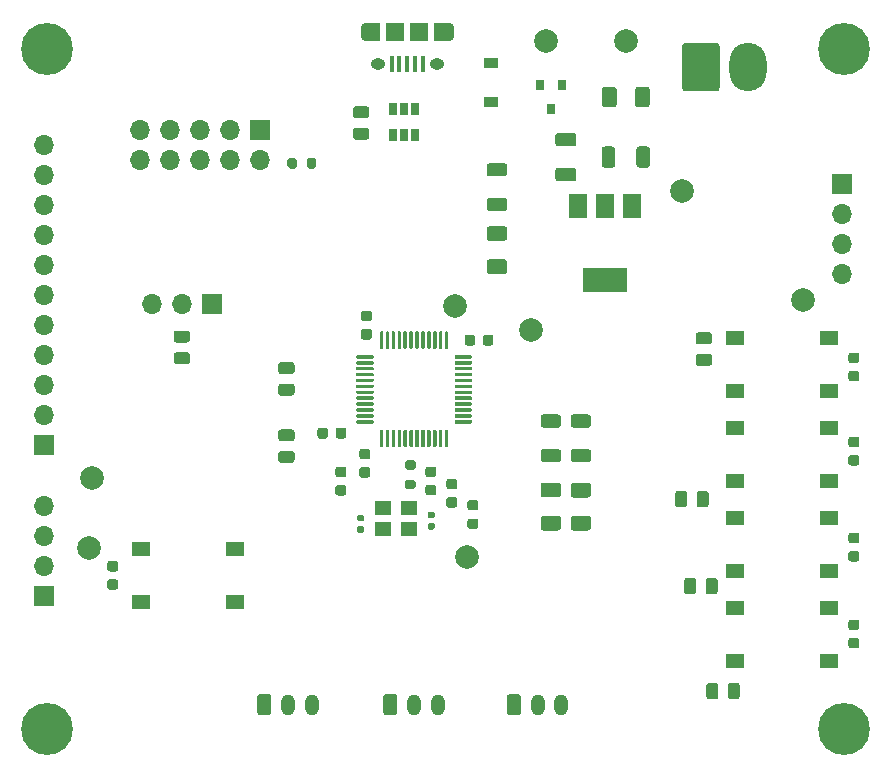
<source format=gts>
G04 #@! TF.GenerationSoftware,KiCad,Pcbnew,5.1.10-88a1d61d58~90~ubuntu20.04.1*
G04 #@! TF.CreationDate,2021-11-20T18:16:27-05:00*
G04 #@! TF.ProjectId,WiFiSTMBoard,57694669-5354-44d4-926f-6172642e6b69,rev?*
G04 #@! TF.SameCoordinates,Original*
G04 #@! TF.FileFunction,Soldermask,Top*
G04 #@! TF.FilePolarity,Negative*
%FSLAX46Y46*%
G04 Gerber Fmt 4.6, Leading zero omitted, Abs format (unit mm)*
G04 Created by KiCad (PCBNEW 5.1.10-88a1d61d58~90~ubuntu20.04.1) date 2021-11-20 18:16:27*
%MOMM*%
%LPD*%
G01*
G04 APERTURE LIST*
%ADD10O,1.200000X1.800000*%
%ADD11O,1.700000X1.700000*%
%ADD12R,1.700000X1.700000*%
%ADD13R,1.400000X1.200000*%
%ADD14R,0.650000X1.060000*%
%ADD15R,1.500000X2.000000*%
%ADD16R,3.800000X2.000000*%
%ADD17C,2.000000*%
%ADD18R,1.550000X1.300000*%
%ADD19R,0.800000X0.900000*%
%ADD20O,0.890000X1.550000*%
%ADD21R,1.200000X1.550000*%
%ADD22R,1.500000X1.550000*%
%ADD23O,1.250000X0.950000*%
%ADD24R,0.400000X1.350000*%
%ADD25O,3.160000X4.100000*%
%ADD26C,0.700000*%
%ADD27C,4.400000*%
%ADD28R,1.200000X0.900000*%
G04 APERTURE END LIST*
D10*
X121017800Y-132969000D03*
X119017800Y-132969000D03*
G36*
G01*
X116417800Y-133619001D02*
X116417800Y-132318999D01*
G75*
G02*
X116667799Y-132069000I249999J0D01*
G01*
X117367801Y-132069000D01*
G75*
G02*
X117617800Y-132318999I0J-249999D01*
G01*
X117617800Y-133619001D01*
G75*
G02*
X117367801Y-133869000I-249999J0D01*
G01*
X116667799Y-133869000D01*
G75*
G02*
X116417800Y-133619001I0J249999D01*
G01*
G37*
X110553000Y-132969000D03*
X108553000Y-132969000D03*
G36*
G01*
X105953000Y-133619001D02*
X105953000Y-132318999D01*
G75*
G02*
X106202999Y-132069000I249999J0D01*
G01*
X106903001Y-132069000D01*
G75*
G02*
X107153000Y-132318999I0J-249999D01*
G01*
X107153000Y-133619001D01*
G75*
G02*
X106903001Y-133869000I-249999J0D01*
G01*
X106202999Y-133869000D01*
G75*
G02*
X105953000Y-133619001I0J249999D01*
G01*
G37*
X99885000Y-132969000D03*
X97885000Y-132969000D03*
G36*
G01*
X95285000Y-133619001D02*
X95285000Y-132318999D01*
G75*
G02*
X95534999Y-132069000I249999J0D01*
G01*
X96235001Y-132069000D01*
G75*
G02*
X96485000Y-132318999I0J-249999D01*
G01*
X96485000Y-133619001D01*
G75*
G02*
X96235001Y-133869000I-249999J0D01*
G01*
X95534999Y-133869000D01*
G75*
G02*
X95285000Y-133619001I0J249999D01*
G01*
G37*
D11*
X77250000Y-116130000D03*
X77250000Y-118670000D03*
X77250000Y-121210000D03*
D12*
X77250000Y-123750000D03*
D11*
X144780000Y-96520000D03*
X144780000Y-93980000D03*
X144780000Y-91440000D03*
D12*
X144780000Y-88900000D03*
G36*
G01*
X105059600Y-109173600D02*
X103734600Y-109173600D01*
G75*
G02*
X103659600Y-109098600I0J75000D01*
G01*
X103659600Y-108948600D01*
G75*
G02*
X103734600Y-108873600I75000J0D01*
G01*
X105059600Y-108873600D01*
G75*
G02*
X105134600Y-108948600I0J-75000D01*
G01*
X105134600Y-109098600D01*
G75*
G02*
X105059600Y-109173600I-75000J0D01*
G01*
G37*
G36*
G01*
X105059600Y-108673600D02*
X103734600Y-108673600D01*
G75*
G02*
X103659600Y-108598600I0J75000D01*
G01*
X103659600Y-108448600D01*
G75*
G02*
X103734600Y-108373600I75000J0D01*
G01*
X105059600Y-108373600D01*
G75*
G02*
X105134600Y-108448600I0J-75000D01*
G01*
X105134600Y-108598600D01*
G75*
G02*
X105059600Y-108673600I-75000J0D01*
G01*
G37*
G36*
G01*
X105059600Y-108173600D02*
X103734600Y-108173600D01*
G75*
G02*
X103659600Y-108098600I0J75000D01*
G01*
X103659600Y-107948600D01*
G75*
G02*
X103734600Y-107873600I75000J0D01*
G01*
X105059600Y-107873600D01*
G75*
G02*
X105134600Y-107948600I0J-75000D01*
G01*
X105134600Y-108098600D01*
G75*
G02*
X105059600Y-108173600I-75000J0D01*
G01*
G37*
G36*
G01*
X105059600Y-107673600D02*
X103734600Y-107673600D01*
G75*
G02*
X103659600Y-107598600I0J75000D01*
G01*
X103659600Y-107448600D01*
G75*
G02*
X103734600Y-107373600I75000J0D01*
G01*
X105059600Y-107373600D01*
G75*
G02*
X105134600Y-107448600I0J-75000D01*
G01*
X105134600Y-107598600D01*
G75*
G02*
X105059600Y-107673600I-75000J0D01*
G01*
G37*
G36*
G01*
X105059600Y-107173600D02*
X103734600Y-107173600D01*
G75*
G02*
X103659600Y-107098600I0J75000D01*
G01*
X103659600Y-106948600D01*
G75*
G02*
X103734600Y-106873600I75000J0D01*
G01*
X105059600Y-106873600D01*
G75*
G02*
X105134600Y-106948600I0J-75000D01*
G01*
X105134600Y-107098600D01*
G75*
G02*
X105059600Y-107173600I-75000J0D01*
G01*
G37*
G36*
G01*
X105059600Y-106673600D02*
X103734600Y-106673600D01*
G75*
G02*
X103659600Y-106598600I0J75000D01*
G01*
X103659600Y-106448600D01*
G75*
G02*
X103734600Y-106373600I75000J0D01*
G01*
X105059600Y-106373600D01*
G75*
G02*
X105134600Y-106448600I0J-75000D01*
G01*
X105134600Y-106598600D01*
G75*
G02*
X105059600Y-106673600I-75000J0D01*
G01*
G37*
G36*
G01*
X105059600Y-106173600D02*
X103734600Y-106173600D01*
G75*
G02*
X103659600Y-106098600I0J75000D01*
G01*
X103659600Y-105948600D01*
G75*
G02*
X103734600Y-105873600I75000J0D01*
G01*
X105059600Y-105873600D01*
G75*
G02*
X105134600Y-105948600I0J-75000D01*
G01*
X105134600Y-106098600D01*
G75*
G02*
X105059600Y-106173600I-75000J0D01*
G01*
G37*
G36*
G01*
X105059600Y-105673600D02*
X103734600Y-105673600D01*
G75*
G02*
X103659600Y-105598600I0J75000D01*
G01*
X103659600Y-105448600D01*
G75*
G02*
X103734600Y-105373600I75000J0D01*
G01*
X105059600Y-105373600D01*
G75*
G02*
X105134600Y-105448600I0J-75000D01*
G01*
X105134600Y-105598600D01*
G75*
G02*
X105059600Y-105673600I-75000J0D01*
G01*
G37*
G36*
G01*
X105059600Y-105173600D02*
X103734600Y-105173600D01*
G75*
G02*
X103659600Y-105098600I0J75000D01*
G01*
X103659600Y-104948600D01*
G75*
G02*
X103734600Y-104873600I75000J0D01*
G01*
X105059600Y-104873600D01*
G75*
G02*
X105134600Y-104948600I0J-75000D01*
G01*
X105134600Y-105098600D01*
G75*
G02*
X105059600Y-105173600I-75000J0D01*
G01*
G37*
G36*
G01*
X105059600Y-104673600D02*
X103734600Y-104673600D01*
G75*
G02*
X103659600Y-104598600I0J75000D01*
G01*
X103659600Y-104448600D01*
G75*
G02*
X103734600Y-104373600I75000J0D01*
G01*
X105059600Y-104373600D01*
G75*
G02*
X105134600Y-104448600I0J-75000D01*
G01*
X105134600Y-104598600D01*
G75*
G02*
X105059600Y-104673600I-75000J0D01*
G01*
G37*
G36*
G01*
X105059600Y-104173600D02*
X103734600Y-104173600D01*
G75*
G02*
X103659600Y-104098600I0J75000D01*
G01*
X103659600Y-103948600D01*
G75*
G02*
X103734600Y-103873600I75000J0D01*
G01*
X105059600Y-103873600D01*
G75*
G02*
X105134600Y-103948600I0J-75000D01*
G01*
X105134600Y-104098600D01*
G75*
G02*
X105059600Y-104173600I-75000J0D01*
G01*
G37*
G36*
G01*
X105059600Y-103673600D02*
X103734600Y-103673600D01*
G75*
G02*
X103659600Y-103598600I0J75000D01*
G01*
X103659600Y-103448600D01*
G75*
G02*
X103734600Y-103373600I75000J0D01*
G01*
X105059600Y-103373600D01*
G75*
G02*
X105134600Y-103448600I0J-75000D01*
G01*
X105134600Y-103598600D01*
G75*
G02*
X105059600Y-103673600I-75000J0D01*
G01*
G37*
G36*
G01*
X105884600Y-102848600D02*
X105734600Y-102848600D01*
G75*
G02*
X105659600Y-102773600I0J75000D01*
G01*
X105659600Y-101448600D01*
G75*
G02*
X105734600Y-101373600I75000J0D01*
G01*
X105884600Y-101373600D01*
G75*
G02*
X105959600Y-101448600I0J-75000D01*
G01*
X105959600Y-102773600D01*
G75*
G02*
X105884600Y-102848600I-75000J0D01*
G01*
G37*
G36*
G01*
X106384600Y-102848600D02*
X106234600Y-102848600D01*
G75*
G02*
X106159600Y-102773600I0J75000D01*
G01*
X106159600Y-101448600D01*
G75*
G02*
X106234600Y-101373600I75000J0D01*
G01*
X106384600Y-101373600D01*
G75*
G02*
X106459600Y-101448600I0J-75000D01*
G01*
X106459600Y-102773600D01*
G75*
G02*
X106384600Y-102848600I-75000J0D01*
G01*
G37*
G36*
G01*
X106884600Y-102848600D02*
X106734600Y-102848600D01*
G75*
G02*
X106659600Y-102773600I0J75000D01*
G01*
X106659600Y-101448600D01*
G75*
G02*
X106734600Y-101373600I75000J0D01*
G01*
X106884600Y-101373600D01*
G75*
G02*
X106959600Y-101448600I0J-75000D01*
G01*
X106959600Y-102773600D01*
G75*
G02*
X106884600Y-102848600I-75000J0D01*
G01*
G37*
G36*
G01*
X107384600Y-102848600D02*
X107234600Y-102848600D01*
G75*
G02*
X107159600Y-102773600I0J75000D01*
G01*
X107159600Y-101448600D01*
G75*
G02*
X107234600Y-101373600I75000J0D01*
G01*
X107384600Y-101373600D01*
G75*
G02*
X107459600Y-101448600I0J-75000D01*
G01*
X107459600Y-102773600D01*
G75*
G02*
X107384600Y-102848600I-75000J0D01*
G01*
G37*
G36*
G01*
X107884600Y-102848600D02*
X107734600Y-102848600D01*
G75*
G02*
X107659600Y-102773600I0J75000D01*
G01*
X107659600Y-101448600D01*
G75*
G02*
X107734600Y-101373600I75000J0D01*
G01*
X107884600Y-101373600D01*
G75*
G02*
X107959600Y-101448600I0J-75000D01*
G01*
X107959600Y-102773600D01*
G75*
G02*
X107884600Y-102848600I-75000J0D01*
G01*
G37*
G36*
G01*
X108384600Y-102848600D02*
X108234600Y-102848600D01*
G75*
G02*
X108159600Y-102773600I0J75000D01*
G01*
X108159600Y-101448600D01*
G75*
G02*
X108234600Y-101373600I75000J0D01*
G01*
X108384600Y-101373600D01*
G75*
G02*
X108459600Y-101448600I0J-75000D01*
G01*
X108459600Y-102773600D01*
G75*
G02*
X108384600Y-102848600I-75000J0D01*
G01*
G37*
G36*
G01*
X108884600Y-102848600D02*
X108734600Y-102848600D01*
G75*
G02*
X108659600Y-102773600I0J75000D01*
G01*
X108659600Y-101448600D01*
G75*
G02*
X108734600Y-101373600I75000J0D01*
G01*
X108884600Y-101373600D01*
G75*
G02*
X108959600Y-101448600I0J-75000D01*
G01*
X108959600Y-102773600D01*
G75*
G02*
X108884600Y-102848600I-75000J0D01*
G01*
G37*
G36*
G01*
X109384600Y-102848600D02*
X109234600Y-102848600D01*
G75*
G02*
X109159600Y-102773600I0J75000D01*
G01*
X109159600Y-101448600D01*
G75*
G02*
X109234600Y-101373600I75000J0D01*
G01*
X109384600Y-101373600D01*
G75*
G02*
X109459600Y-101448600I0J-75000D01*
G01*
X109459600Y-102773600D01*
G75*
G02*
X109384600Y-102848600I-75000J0D01*
G01*
G37*
G36*
G01*
X109884600Y-102848600D02*
X109734600Y-102848600D01*
G75*
G02*
X109659600Y-102773600I0J75000D01*
G01*
X109659600Y-101448600D01*
G75*
G02*
X109734600Y-101373600I75000J0D01*
G01*
X109884600Y-101373600D01*
G75*
G02*
X109959600Y-101448600I0J-75000D01*
G01*
X109959600Y-102773600D01*
G75*
G02*
X109884600Y-102848600I-75000J0D01*
G01*
G37*
G36*
G01*
X110384600Y-102848600D02*
X110234600Y-102848600D01*
G75*
G02*
X110159600Y-102773600I0J75000D01*
G01*
X110159600Y-101448600D01*
G75*
G02*
X110234600Y-101373600I75000J0D01*
G01*
X110384600Y-101373600D01*
G75*
G02*
X110459600Y-101448600I0J-75000D01*
G01*
X110459600Y-102773600D01*
G75*
G02*
X110384600Y-102848600I-75000J0D01*
G01*
G37*
G36*
G01*
X110884600Y-102848600D02*
X110734600Y-102848600D01*
G75*
G02*
X110659600Y-102773600I0J75000D01*
G01*
X110659600Y-101448600D01*
G75*
G02*
X110734600Y-101373600I75000J0D01*
G01*
X110884600Y-101373600D01*
G75*
G02*
X110959600Y-101448600I0J-75000D01*
G01*
X110959600Y-102773600D01*
G75*
G02*
X110884600Y-102848600I-75000J0D01*
G01*
G37*
G36*
G01*
X111384600Y-102848600D02*
X111234600Y-102848600D01*
G75*
G02*
X111159600Y-102773600I0J75000D01*
G01*
X111159600Y-101448600D01*
G75*
G02*
X111234600Y-101373600I75000J0D01*
G01*
X111384600Y-101373600D01*
G75*
G02*
X111459600Y-101448600I0J-75000D01*
G01*
X111459600Y-102773600D01*
G75*
G02*
X111384600Y-102848600I-75000J0D01*
G01*
G37*
G36*
G01*
X113384600Y-103673600D02*
X112059600Y-103673600D01*
G75*
G02*
X111984600Y-103598600I0J75000D01*
G01*
X111984600Y-103448600D01*
G75*
G02*
X112059600Y-103373600I75000J0D01*
G01*
X113384600Y-103373600D01*
G75*
G02*
X113459600Y-103448600I0J-75000D01*
G01*
X113459600Y-103598600D01*
G75*
G02*
X113384600Y-103673600I-75000J0D01*
G01*
G37*
G36*
G01*
X113384600Y-104173600D02*
X112059600Y-104173600D01*
G75*
G02*
X111984600Y-104098600I0J75000D01*
G01*
X111984600Y-103948600D01*
G75*
G02*
X112059600Y-103873600I75000J0D01*
G01*
X113384600Y-103873600D01*
G75*
G02*
X113459600Y-103948600I0J-75000D01*
G01*
X113459600Y-104098600D01*
G75*
G02*
X113384600Y-104173600I-75000J0D01*
G01*
G37*
G36*
G01*
X113384600Y-104673600D02*
X112059600Y-104673600D01*
G75*
G02*
X111984600Y-104598600I0J75000D01*
G01*
X111984600Y-104448600D01*
G75*
G02*
X112059600Y-104373600I75000J0D01*
G01*
X113384600Y-104373600D01*
G75*
G02*
X113459600Y-104448600I0J-75000D01*
G01*
X113459600Y-104598600D01*
G75*
G02*
X113384600Y-104673600I-75000J0D01*
G01*
G37*
G36*
G01*
X113384600Y-105173600D02*
X112059600Y-105173600D01*
G75*
G02*
X111984600Y-105098600I0J75000D01*
G01*
X111984600Y-104948600D01*
G75*
G02*
X112059600Y-104873600I75000J0D01*
G01*
X113384600Y-104873600D01*
G75*
G02*
X113459600Y-104948600I0J-75000D01*
G01*
X113459600Y-105098600D01*
G75*
G02*
X113384600Y-105173600I-75000J0D01*
G01*
G37*
G36*
G01*
X113384600Y-105673600D02*
X112059600Y-105673600D01*
G75*
G02*
X111984600Y-105598600I0J75000D01*
G01*
X111984600Y-105448600D01*
G75*
G02*
X112059600Y-105373600I75000J0D01*
G01*
X113384600Y-105373600D01*
G75*
G02*
X113459600Y-105448600I0J-75000D01*
G01*
X113459600Y-105598600D01*
G75*
G02*
X113384600Y-105673600I-75000J0D01*
G01*
G37*
G36*
G01*
X113384600Y-106173600D02*
X112059600Y-106173600D01*
G75*
G02*
X111984600Y-106098600I0J75000D01*
G01*
X111984600Y-105948600D01*
G75*
G02*
X112059600Y-105873600I75000J0D01*
G01*
X113384600Y-105873600D01*
G75*
G02*
X113459600Y-105948600I0J-75000D01*
G01*
X113459600Y-106098600D01*
G75*
G02*
X113384600Y-106173600I-75000J0D01*
G01*
G37*
G36*
G01*
X113384600Y-106673600D02*
X112059600Y-106673600D01*
G75*
G02*
X111984600Y-106598600I0J75000D01*
G01*
X111984600Y-106448600D01*
G75*
G02*
X112059600Y-106373600I75000J0D01*
G01*
X113384600Y-106373600D01*
G75*
G02*
X113459600Y-106448600I0J-75000D01*
G01*
X113459600Y-106598600D01*
G75*
G02*
X113384600Y-106673600I-75000J0D01*
G01*
G37*
G36*
G01*
X113384600Y-107173600D02*
X112059600Y-107173600D01*
G75*
G02*
X111984600Y-107098600I0J75000D01*
G01*
X111984600Y-106948600D01*
G75*
G02*
X112059600Y-106873600I75000J0D01*
G01*
X113384600Y-106873600D01*
G75*
G02*
X113459600Y-106948600I0J-75000D01*
G01*
X113459600Y-107098600D01*
G75*
G02*
X113384600Y-107173600I-75000J0D01*
G01*
G37*
G36*
G01*
X113384600Y-107673600D02*
X112059600Y-107673600D01*
G75*
G02*
X111984600Y-107598600I0J75000D01*
G01*
X111984600Y-107448600D01*
G75*
G02*
X112059600Y-107373600I75000J0D01*
G01*
X113384600Y-107373600D01*
G75*
G02*
X113459600Y-107448600I0J-75000D01*
G01*
X113459600Y-107598600D01*
G75*
G02*
X113384600Y-107673600I-75000J0D01*
G01*
G37*
G36*
G01*
X113384600Y-108173600D02*
X112059600Y-108173600D01*
G75*
G02*
X111984600Y-108098600I0J75000D01*
G01*
X111984600Y-107948600D01*
G75*
G02*
X112059600Y-107873600I75000J0D01*
G01*
X113384600Y-107873600D01*
G75*
G02*
X113459600Y-107948600I0J-75000D01*
G01*
X113459600Y-108098600D01*
G75*
G02*
X113384600Y-108173600I-75000J0D01*
G01*
G37*
G36*
G01*
X113384600Y-108673600D02*
X112059600Y-108673600D01*
G75*
G02*
X111984600Y-108598600I0J75000D01*
G01*
X111984600Y-108448600D01*
G75*
G02*
X112059600Y-108373600I75000J0D01*
G01*
X113384600Y-108373600D01*
G75*
G02*
X113459600Y-108448600I0J-75000D01*
G01*
X113459600Y-108598600D01*
G75*
G02*
X113384600Y-108673600I-75000J0D01*
G01*
G37*
G36*
G01*
X113384600Y-109173600D02*
X112059600Y-109173600D01*
G75*
G02*
X111984600Y-109098600I0J75000D01*
G01*
X111984600Y-108948600D01*
G75*
G02*
X112059600Y-108873600I75000J0D01*
G01*
X113384600Y-108873600D01*
G75*
G02*
X113459600Y-108948600I0J-75000D01*
G01*
X113459600Y-109098600D01*
G75*
G02*
X113384600Y-109173600I-75000J0D01*
G01*
G37*
G36*
G01*
X111384600Y-111173600D02*
X111234600Y-111173600D01*
G75*
G02*
X111159600Y-111098600I0J75000D01*
G01*
X111159600Y-109773600D01*
G75*
G02*
X111234600Y-109698600I75000J0D01*
G01*
X111384600Y-109698600D01*
G75*
G02*
X111459600Y-109773600I0J-75000D01*
G01*
X111459600Y-111098600D01*
G75*
G02*
X111384600Y-111173600I-75000J0D01*
G01*
G37*
G36*
G01*
X110884600Y-111173600D02*
X110734600Y-111173600D01*
G75*
G02*
X110659600Y-111098600I0J75000D01*
G01*
X110659600Y-109773600D01*
G75*
G02*
X110734600Y-109698600I75000J0D01*
G01*
X110884600Y-109698600D01*
G75*
G02*
X110959600Y-109773600I0J-75000D01*
G01*
X110959600Y-111098600D01*
G75*
G02*
X110884600Y-111173600I-75000J0D01*
G01*
G37*
G36*
G01*
X110384600Y-111173600D02*
X110234600Y-111173600D01*
G75*
G02*
X110159600Y-111098600I0J75000D01*
G01*
X110159600Y-109773600D01*
G75*
G02*
X110234600Y-109698600I75000J0D01*
G01*
X110384600Y-109698600D01*
G75*
G02*
X110459600Y-109773600I0J-75000D01*
G01*
X110459600Y-111098600D01*
G75*
G02*
X110384600Y-111173600I-75000J0D01*
G01*
G37*
G36*
G01*
X109884600Y-111173600D02*
X109734600Y-111173600D01*
G75*
G02*
X109659600Y-111098600I0J75000D01*
G01*
X109659600Y-109773600D01*
G75*
G02*
X109734600Y-109698600I75000J0D01*
G01*
X109884600Y-109698600D01*
G75*
G02*
X109959600Y-109773600I0J-75000D01*
G01*
X109959600Y-111098600D01*
G75*
G02*
X109884600Y-111173600I-75000J0D01*
G01*
G37*
G36*
G01*
X109384600Y-111173600D02*
X109234600Y-111173600D01*
G75*
G02*
X109159600Y-111098600I0J75000D01*
G01*
X109159600Y-109773600D01*
G75*
G02*
X109234600Y-109698600I75000J0D01*
G01*
X109384600Y-109698600D01*
G75*
G02*
X109459600Y-109773600I0J-75000D01*
G01*
X109459600Y-111098600D01*
G75*
G02*
X109384600Y-111173600I-75000J0D01*
G01*
G37*
G36*
G01*
X108884600Y-111173600D02*
X108734600Y-111173600D01*
G75*
G02*
X108659600Y-111098600I0J75000D01*
G01*
X108659600Y-109773600D01*
G75*
G02*
X108734600Y-109698600I75000J0D01*
G01*
X108884600Y-109698600D01*
G75*
G02*
X108959600Y-109773600I0J-75000D01*
G01*
X108959600Y-111098600D01*
G75*
G02*
X108884600Y-111173600I-75000J0D01*
G01*
G37*
G36*
G01*
X108384600Y-111173600D02*
X108234600Y-111173600D01*
G75*
G02*
X108159600Y-111098600I0J75000D01*
G01*
X108159600Y-109773600D01*
G75*
G02*
X108234600Y-109698600I75000J0D01*
G01*
X108384600Y-109698600D01*
G75*
G02*
X108459600Y-109773600I0J-75000D01*
G01*
X108459600Y-111098600D01*
G75*
G02*
X108384600Y-111173600I-75000J0D01*
G01*
G37*
G36*
G01*
X107884600Y-111173600D02*
X107734600Y-111173600D01*
G75*
G02*
X107659600Y-111098600I0J75000D01*
G01*
X107659600Y-109773600D01*
G75*
G02*
X107734600Y-109698600I75000J0D01*
G01*
X107884600Y-109698600D01*
G75*
G02*
X107959600Y-109773600I0J-75000D01*
G01*
X107959600Y-111098600D01*
G75*
G02*
X107884600Y-111173600I-75000J0D01*
G01*
G37*
G36*
G01*
X107384600Y-111173600D02*
X107234600Y-111173600D01*
G75*
G02*
X107159600Y-111098600I0J75000D01*
G01*
X107159600Y-109773600D01*
G75*
G02*
X107234600Y-109698600I75000J0D01*
G01*
X107384600Y-109698600D01*
G75*
G02*
X107459600Y-109773600I0J-75000D01*
G01*
X107459600Y-111098600D01*
G75*
G02*
X107384600Y-111173600I-75000J0D01*
G01*
G37*
G36*
G01*
X106884600Y-111173600D02*
X106734600Y-111173600D01*
G75*
G02*
X106659600Y-111098600I0J75000D01*
G01*
X106659600Y-109773600D01*
G75*
G02*
X106734600Y-109698600I75000J0D01*
G01*
X106884600Y-109698600D01*
G75*
G02*
X106959600Y-109773600I0J-75000D01*
G01*
X106959600Y-111098600D01*
G75*
G02*
X106884600Y-111173600I-75000J0D01*
G01*
G37*
G36*
G01*
X106384600Y-111173600D02*
X106234600Y-111173600D01*
G75*
G02*
X106159600Y-111098600I0J75000D01*
G01*
X106159600Y-109773600D01*
G75*
G02*
X106234600Y-109698600I75000J0D01*
G01*
X106384600Y-109698600D01*
G75*
G02*
X106459600Y-109773600I0J-75000D01*
G01*
X106459600Y-111098600D01*
G75*
G02*
X106384600Y-111173600I-75000J0D01*
G01*
G37*
G36*
G01*
X105884600Y-111173600D02*
X105734600Y-111173600D01*
G75*
G02*
X105659600Y-111098600I0J75000D01*
G01*
X105659600Y-109773600D01*
G75*
G02*
X105734600Y-109698600I75000J0D01*
G01*
X105884600Y-109698600D01*
G75*
G02*
X105959600Y-109773600I0J-75000D01*
G01*
X105959600Y-111098600D01*
G75*
G02*
X105884600Y-111173600I-75000J0D01*
G01*
G37*
D13*
X105943400Y-116357400D03*
X108143400Y-116357400D03*
X108143400Y-118057400D03*
X105943400Y-118057400D03*
D14*
X107721400Y-84742200D03*
X108671400Y-84742200D03*
X106771400Y-84742200D03*
X106771400Y-82542200D03*
X107721400Y-82542200D03*
X108671400Y-82542200D03*
D15*
X127014000Y-90753800D03*
X122414000Y-90753800D03*
X124714000Y-90753800D03*
D16*
X124714000Y-97053800D03*
D17*
X81000000Y-119750000D03*
X81250000Y-113750000D03*
X118500000Y-101250000D03*
X141500000Y-98750000D03*
X131250000Y-89500000D03*
X119750000Y-76750000D03*
X126500000Y-76750000D03*
X112000000Y-99250000D03*
X113000000Y-120500000D03*
D18*
X135725000Y-101890000D03*
X135725000Y-106390000D03*
X143675000Y-106390000D03*
X143675000Y-101890000D03*
X135725000Y-117130000D03*
X135725000Y-121630000D03*
X143675000Y-121630000D03*
X143675000Y-117130000D03*
X135725000Y-109510000D03*
X135725000Y-114010000D03*
X143675000Y-114010000D03*
X143675000Y-109510000D03*
X135725000Y-124750000D03*
X135725000Y-129250000D03*
X143675000Y-129250000D03*
X143675000Y-124750000D03*
X85425000Y-119760000D03*
X85425000Y-124260000D03*
X93375000Y-124260000D03*
X93375000Y-119760000D03*
G36*
G01*
X103627999Y-84126000D02*
X104528001Y-84126000D01*
G75*
G02*
X104778000Y-84375999I0J-249999D01*
G01*
X104778000Y-84901001D01*
G75*
G02*
X104528001Y-85151000I-249999J0D01*
G01*
X103627999Y-85151000D01*
G75*
G02*
X103378000Y-84901001I0J249999D01*
G01*
X103378000Y-84375999D01*
G75*
G02*
X103627999Y-84126000I249999J0D01*
G01*
G37*
G36*
G01*
X103627999Y-82301000D02*
X104528001Y-82301000D01*
G75*
G02*
X104778000Y-82550999I0J-249999D01*
G01*
X104778000Y-83076001D01*
G75*
G02*
X104528001Y-83326000I-249999J0D01*
G01*
X103627999Y-83326000D01*
G75*
G02*
X103378000Y-83076001I0J249999D01*
G01*
X103378000Y-82550999D01*
G75*
G02*
X103627999Y-82301000I249999J0D01*
G01*
G37*
G36*
G01*
X132645999Y-103270000D02*
X133546001Y-103270000D01*
G75*
G02*
X133796000Y-103519999I0J-249999D01*
G01*
X133796000Y-104045001D01*
G75*
G02*
X133546001Y-104295000I-249999J0D01*
G01*
X132645999Y-104295000D01*
G75*
G02*
X132396000Y-104045001I0J249999D01*
G01*
X132396000Y-103519999D01*
G75*
G02*
X132645999Y-103270000I249999J0D01*
G01*
G37*
G36*
G01*
X132645999Y-101445000D02*
X133546001Y-101445000D01*
G75*
G02*
X133796000Y-101694999I0J-249999D01*
G01*
X133796000Y-102220001D01*
G75*
G02*
X133546001Y-102470000I-249999J0D01*
G01*
X132645999Y-102470000D01*
G75*
G02*
X132396000Y-102220001I0J249999D01*
G01*
X132396000Y-101694999D01*
G75*
G02*
X132645999Y-101445000I249999J0D01*
G01*
G37*
G36*
G01*
X133242000Y-123386001D02*
X133242000Y-122485999D01*
G75*
G02*
X133491999Y-122236000I249999J0D01*
G01*
X134017001Y-122236000D01*
G75*
G02*
X134267000Y-122485999I0J-249999D01*
G01*
X134267000Y-123386001D01*
G75*
G02*
X134017001Y-123636000I-249999J0D01*
G01*
X133491999Y-123636000D01*
G75*
G02*
X133242000Y-123386001I0J249999D01*
G01*
G37*
G36*
G01*
X131417000Y-123386001D02*
X131417000Y-122485999D01*
G75*
G02*
X131666999Y-122236000I249999J0D01*
G01*
X132192001Y-122236000D01*
G75*
G02*
X132442000Y-122485999I0J-249999D01*
G01*
X132442000Y-123386001D01*
G75*
G02*
X132192001Y-123636000I-249999J0D01*
G01*
X131666999Y-123636000D01*
G75*
G02*
X131417000Y-123386001I0J249999D01*
G01*
G37*
G36*
G01*
X98200001Y-110687500D02*
X97299999Y-110687500D01*
G75*
G02*
X97050000Y-110437501I0J249999D01*
G01*
X97050000Y-109912499D01*
G75*
G02*
X97299999Y-109662500I249999J0D01*
G01*
X98200001Y-109662500D01*
G75*
G02*
X98450000Y-109912499I0J-249999D01*
G01*
X98450000Y-110437501D01*
G75*
G02*
X98200001Y-110687500I-249999J0D01*
G01*
G37*
G36*
G01*
X98200001Y-112512500D02*
X97299999Y-112512500D01*
G75*
G02*
X97050000Y-112262501I0J249999D01*
G01*
X97050000Y-111737499D01*
G75*
G02*
X97299999Y-111487500I249999J0D01*
G01*
X98200001Y-111487500D01*
G75*
G02*
X98450000Y-111737499I0J-249999D01*
G01*
X98450000Y-112262501D01*
G75*
G02*
X98200001Y-112512500I-249999J0D01*
G01*
G37*
G36*
G01*
X97299999Y-105793500D02*
X98200001Y-105793500D01*
G75*
G02*
X98450000Y-106043499I0J-249999D01*
G01*
X98450000Y-106568501D01*
G75*
G02*
X98200001Y-106818500I-249999J0D01*
G01*
X97299999Y-106818500D01*
G75*
G02*
X97050000Y-106568501I0J249999D01*
G01*
X97050000Y-106043499D01*
G75*
G02*
X97299999Y-105793500I249999J0D01*
G01*
G37*
G36*
G01*
X97299999Y-103968500D02*
X98200001Y-103968500D01*
G75*
G02*
X98450000Y-104218499I0J-249999D01*
G01*
X98450000Y-104743501D01*
G75*
G02*
X98200001Y-104993500I-249999J0D01*
G01*
X97299999Y-104993500D01*
G75*
G02*
X97050000Y-104743501I0J249999D01*
G01*
X97050000Y-104218499D01*
G75*
G02*
X97299999Y-103968500I249999J0D01*
G01*
G37*
G36*
G01*
X132480000Y-116020001D02*
X132480000Y-115119999D01*
G75*
G02*
X132729999Y-114870000I249999J0D01*
G01*
X133255001Y-114870000D01*
G75*
G02*
X133505000Y-115119999I0J-249999D01*
G01*
X133505000Y-116020001D01*
G75*
G02*
X133255001Y-116270000I-249999J0D01*
G01*
X132729999Y-116270000D01*
G75*
G02*
X132480000Y-116020001I0J249999D01*
G01*
G37*
G36*
G01*
X130655000Y-116020001D02*
X130655000Y-115119999D01*
G75*
G02*
X130904999Y-114870000I249999J0D01*
G01*
X131430001Y-114870000D01*
G75*
G02*
X131680000Y-115119999I0J-249999D01*
G01*
X131680000Y-116020001D01*
G75*
G02*
X131430001Y-116270000I-249999J0D01*
G01*
X130904999Y-116270000D01*
G75*
G02*
X130655000Y-116020001I0J249999D01*
G01*
G37*
G36*
G01*
X135123500Y-132276001D02*
X135123500Y-131375999D01*
G75*
G02*
X135373499Y-131126000I249999J0D01*
G01*
X135898501Y-131126000D01*
G75*
G02*
X136148500Y-131375999I0J-249999D01*
G01*
X136148500Y-132276001D01*
G75*
G02*
X135898501Y-132526000I-249999J0D01*
G01*
X135373499Y-132526000D01*
G75*
G02*
X135123500Y-132276001I0J249999D01*
G01*
G37*
G36*
G01*
X133298500Y-132276001D02*
X133298500Y-131375999D01*
G75*
G02*
X133548499Y-131126000I249999J0D01*
G01*
X134073501Y-131126000D01*
G75*
G02*
X134323500Y-131375999I0J-249999D01*
G01*
X134323500Y-132276001D01*
G75*
G02*
X134073501Y-132526000I-249999J0D01*
G01*
X133548499Y-132526000D01*
G75*
G02*
X133298500Y-132276001I0J249999D01*
G01*
G37*
G36*
G01*
X99485000Y-87397000D02*
X99485000Y-86847000D01*
G75*
G02*
X99685000Y-86647000I200000J0D01*
G01*
X100085000Y-86647000D01*
G75*
G02*
X100285000Y-86847000I0J-200000D01*
G01*
X100285000Y-87397000D01*
G75*
G02*
X100085000Y-87597000I-200000J0D01*
G01*
X99685000Y-87597000D01*
G75*
G02*
X99485000Y-87397000I0J200000D01*
G01*
G37*
G36*
G01*
X97835000Y-87397000D02*
X97835000Y-86847000D01*
G75*
G02*
X98035000Y-86647000I200000J0D01*
G01*
X98435000Y-86647000D01*
G75*
G02*
X98635000Y-86847000I0J-200000D01*
G01*
X98635000Y-87397000D01*
G75*
G02*
X98435000Y-87597000I-200000J0D01*
G01*
X98035000Y-87597000D01*
G75*
G02*
X97835000Y-87397000I0J200000D01*
G01*
G37*
G36*
G01*
X114944999Y-90054000D02*
X116195001Y-90054000D01*
G75*
G02*
X116445000Y-90303999I0J-249999D01*
G01*
X116445000Y-90929001D01*
G75*
G02*
X116195001Y-91179000I-249999J0D01*
G01*
X114944999Y-91179000D01*
G75*
G02*
X114695000Y-90929001I0J249999D01*
G01*
X114695000Y-90303999D01*
G75*
G02*
X114944999Y-90054000I249999J0D01*
G01*
G37*
G36*
G01*
X114944999Y-87129000D02*
X116195001Y-87129000D01*
G75*
G02*
X116445000Y-87378999I0J-249999D01*
G01*
X116445000Y-88004001D01*
G75*
G02*
X116195001Y-88254000I-249999J0D01*
G01*
X114944999Y-88254000D01*
G75*
G02*
X114695000Y-88004001I0J249999D01*
G01*
X114695000Y-87378999D01*
G75*
G02*
X114944999Y-87129000I249999J0D01*
G01*
G37*
G36*
G01*
X107954400Y-113925400D02*
X108504400Y-113925400D01*
G75*
G02*
X108704400Y-114125400I0J-200000D01*
G01*
X108704400Y-114525400D01*
G75*
G02*
X108504400Y-114725400I-200000J0D01*
G01*
X107954400Y-114725400D01*
G75*
G02*
X107754400Y-114525400I0J200000D01*
G01*
X107754400Y-114125400D01*
G75*
G02*
X107954400Y-113925400I200000J0D01*
G01*
G37*
G36*
G01*
X107954400Y-112275400D02*
X108504400Y-112275400D01*
G75*
G02*
X108704400Y-112475400I0J-200000D01*
G01*
X108704400Y-112875400D01*
G75*
G02*
X108504400Y-113075400I-200000J0D01*
G01*
X107954400Y-113075400D01*
G75*
G02*
X107754400Y-112875400I0J200000D01*
G01*
X107754400Y-112475400D01*
G75*
G02*
X107954400Y-112275400I200000J0D01*
G01*
G37*
G36*
G01*
X88449999Y-103119500D02*
X89350001Y-103119500D01*
G75*
G02*
X89600000Y-103369499I0J-249999D01*
G01*
X89600000Y-103894501D01*
G75*
G02*
X89350001Y-104144500I-249999J0D01*
G01*
X88449999Y-104144500D01*
G75*
G02*
X88200000Y-103894501I0J249999D01*
G01*
X88200000Y-103369499D01*
G75*
G02*
X88449999Y-103119500I249999J0D01*
G01*
G37*
G36*
G01*
X88449999Y-101294500D02*
X89350001Y-101294500D01*
G75*
G02*
X89600000Y-101544499I0J-249999D01*
G01*
X89600000Y-102069501D01*
G75*
G02*
X89350001Y-102319500I-249999J0D01*
G01*
X88449999Y-102319500D01*
G75*
G02*
X88200000Y-102069501I0J249999D01*
G01*
X88200000Y-101544499D01*
G75*
G02*
X88449999Y-101294500I249999J0D01*
G01*
G37*
G36*
G01*
X119516999Y-111328500D02*
X120767001Y-111328500D01*
G75*
G02*
X121017000Y-111578499I0J-249999D01*
G01*
X121017000Y-112203501D01*
G75*
G02*
X120767001Y-112453500I-249999J0D01*
G01*
X119516999Y-112453500D01*
G75*
G02*
X119267000Y-112203501I0J249999D01*
G01*
X119267000Y-111578499D01*
G75*
G02*
X119516999Y-111328500I249999J0D01*
G01*
G37*
G36*
G01*
X119516999Y-108403500D02*
X120767001Y-108403500D01*
G75*
G02*
X121017000Y-108653499I0J-249999D01*
G01*
X121017000Y-109278501D01*
G75*
G02*
X120767001Y-109528500I-249999J0D01*
G01*
X119516999Y-109528500D01*
G75*
G02*
X119267000Y-109278501I0J249999D01*
G01*
X119267000Y-108653499D01*
G75*
G02*
X119516999Y-108403500I249999J0D01*
G01*
G37*
G36*
G01*
X122056999Y-111328500D02*
X123307001Y-111328500D01*
G75*
G02*
X123557000Y-111578499I0J-249999D01*
G01*
X123557000Y-112203501D01*
G75*
G02*
X123307001Y-112453500I-249999J0D01*
G01*
X122056999Y-112453500D01*
G75*
G02*
X121807000Y-112203501I0J249999D01*
G01*
X121807000Y-111578499D01*
G75*
G02*
X122056999Y-111328500I249999J0D01*
G01*
G37*
G36*
G01*
X122056999Y-108403500D02*
X123307001Y-108403500D01*
G75*
G02*
X123557000Y-108653499I0J-249999D01*
G01*
X123557000Y-109278501D01*
G75*
G02*
X123307001Y-109528500I-249999J0D01*
G01*
X122056999Y-109528500D01*
G75*
G02*
X121807000Y-109278501I0J249999D01*
G01*
X121807000Y-108653499D01*
G75*
G02*
X122056999Y-108403500I249999J0D01*
G01*
G37*
D19*
X120142000Y-82534000D03*
X119192000Y-80534000D03*
X121092000Y-80534000D03*
G36*
G01*
X113794250Y-116515500D02*
X113281750Y-116515500D01*
G75*
G02*
X113063000Y-116296750I0J218750D01*
G01*
X113063000Y-115859250D01*
G75*
G02*
X113281750Y-115640500I218750J0D01*
G01*
X113794250Y-115640500D01*
G75*
G02*
X114013000Y-115859250I0J-218750D01*
G01*
X114013000Y-116296750D01*
G75*
G02*
X113794250Y-116515500I-218750J0D01*
G01*
G37*
G36*
G01*
X113794250Y-118090500D02*
X113281750Y-118090500D01*
G75*
G02*
X113063000Y-117871750I0J218750D01*
G01*
X113063000Y-117434250D01*
G75*
G02*
X113281750Y-117215500I218750J0D01*
G01*
X113794250Y-117215500D01*
G75*
G02*
X114013000Y-117434250I0J-218750D01*
G01*
X114013000Y-117871750D01*
G75*
G02*
X113794250Y-118090500I-218750J0D01*
G01*
G37*
D20*
X104475400Y-75992200D03*
X111475400Y-75992200D03*
D21*
X105075400Y-75992200D03*
X110875400Y-75992200D03*
D22*
X106975400Y-75992200D03*
X108975400Y-75992200D03*
D23*
X105475400Y-78692200D03*
X110475400Y-78692200D03*
D24*
X106675400Y-78692200D03*
X107325400Y-78692200D03*
X107975400Y-78692200D03*
X108625400Y-78692200D03*
X109275400Y-78692200D03*
D11*
X77250000Y-85600000D03*
X77250000Y-88140000D03*
X77250000Y-90680000D03*
X77250000Y-93220000D03*
X77250000Y-95760000D03*
X77250000Y-98300000D03*
X77250000Y-100840000D03*
X77250000Y-103380000D03*
X77250000Y-105920000D03*
X77250000Y-108460000D03*
D12*
X77250000Y-111000000D03*
D11*
X85344000Y-86868000D03*
X85344000Y-84328000D03*
X87884000Y-86868000D03*
X87884000Y-84328000D03*
X90424000Y-86868000D03*
X90424000Y-84328000D03*
X92964000Y-86868000D03*
X92964000Y-84328000D03*
X95504000Y-86868000D03*
D12*
X95504000Y-84328000D03*
D25*
X136802000Y-78994000D03*
G36*
G01*
X131262000Y-80794000D02*
X131262000Y-77194000D01*
G75*
G02*
X131512000Y-76944000I250000J0D01*
G01*
X134172000Y-76944000D01*
G75*
G02*
X134422000Y-77194000I0J-250000D01*
G01*
X134422000Y-80794000D01*
G75*
G02*
X134172000Y-81044000I-250000J0D01*
G01*
X131512000Y-81044000D01*
G75*
G02*
X131262000Y-80794000I0J250000D01*
G01*
G37*
D11*
X86360000Y-99060000D03*
X88900000Y-99060000D03*
D12*
X91440000Y-99060000D03*
D26*
X146166726Y-76333274D03*
X145000000Y-75850000D03*
X143833274Y-76333274D03*
X143350000Y-77500000D03*
X143833274Y-78666726D03*
X145000000Y-79150000D03*
X146166726Y-78666726D03*
X146650000Y-77500000D03*
D27*
X145000000Y-77500000D03*
D26*
X78666726Y-133833274D03*
X77500000Y-133350000D03*
X76333274Y-133833274D03*
X75850000Y-135000000D03*
X76333274Y-136166726D03*
X77500000Y-136650000D03*
X78666726Y-136166726D03*
X79150000Y-135000000D03*
D27*
X77500000Y-135000000D03*
D26*
X78666726Y-76333274D03*
X77500000Y-75850000D03*
X76333274Y-76333274D03*
X75850000Y-77500000D03*
X76333274Y-78666726D03*
X77500000Y-79150000D03*
X78666726Y-78666726D03*
X79150000Y-77500000D03*
D27*
X77500000Y-77500000D03*
D26*
X146166726Y-133833274D03*
X145000000Y-133350000D03*
X143833274Y-133833274D03*
X143350000Y-135000000D03*
X143833274Y-136166726D03*
X145000000Y-136650000D03*
X146166726Y-136166726D03*
X146650000Y-135000000D03*
D27*
X145000000Y-135000000D03*
G36*
G01*
X127267000Y-82159000D02*
X127267000Y-80909000D01*
G75*
G02*
X127517000Y-80659000I250000J0D01*
G01*
X128267000Y-80659000D01*
G75*
G02*
X128517000Y-80909000I0J-250000D01*
G01*
X128517000Y-82159000D01*
G75*
G02*
X128267000Y-82409000I-250000J0D01*
G01*
X127517000Y-82409000D01*
G75*
G02*
X127267000Y-82159000I0J250000D01*
G01*
G37*
G36*
G01*
X124467000Y-82159000D02*
X124467000Y-80909000D01*
G75*
G02*
X124717000Y-80659000I250000J0D01*
G01*
X125467000Y-80659000D01*
G75*
G02*
X125717000Y-80909000I0J-250000D01*
G01*
X125717000Y-82159000D01*
G75*
G02*
X125467000Y-82409000I-250000J0D01*
G01*
X124717000Y-82409000D01*
G75*
G02*
X124467000Y-82159000I0J250000D01*
G01*
G37*
G36*
G01*
X116195000Y-93713000D02*
X114945000Y-93713000D01*
G75*
G02*
X114695000Y-93463000I0J250000D01*
G01*
X114695000Y-92713000D01*
G75*
G02*
X114945000Y-92463000I250000J0D01*
G01*
X116195000Y-92463000D01*
G75*
G02*
X116445000Y-92713000I0J-250000D01*
G01*
X116445000Y-93463000D01*
G75*
G02*
X116195000Y-93713000I-250000J0D01*
G01*
G37*
G36*
G01*
X116195000Y-96513000D02*
X114945000Y-96513000D01*
G75*
G02*
X114695000Y-96263000I0J250000D01*
G01*
X114695000Y-95513000D01*
G75*
G02*
X114945000Y-95263000I250000J0D01*
G01*
X116195000Y-95263000D01*
G75*
G02*
X116445000Y-95513000I0J-250000D01*
G01*
X116445000Y-96263000D01*
G75*
G02*
X116195000Y-96513000I-250000J0D01*
G01*
G37*
D28*
X115062000Y-78614000D03*
X115062000Y-81914000D03*
G36*
G01*
X120767000Y-115427000D02*
X119517000Y-115427000D01*
G75*
G02*
X119267000Y-115177000I0J250000D01*
G01*
X119267000Y-114427000D01*
G75*
G02*
X119517000Y-114177000I250000J0D01*
G01*
X120767000Y-114177000D01*
G75*
G02*
X121017000Y-114427000I0J-250000D01*
G01*
X121017000Y-115177000D01*
G75*
G02*
X120767000Y-115427000I-250000J0D01*
G01*
G37*
G36*
G01*
X120767000Y-118227000D02*
X119517000Y-118227000D01*
G75*
G02*
X119267000Y-117977000I0J250000D01*
G01*
X119267000Y-117227000D01*
G75*
G02*
X119517000Y-116977000I250000J0D01*
G01*
X120767000Y-116977000D01*
G75*
G02*
X121017000Y-117227000I0J-250000D01*
G01*
X121017000Y-117977000D01*
G75*
G02*
X120767000Y-118227000I-250000J0D01*
G01*
G37*
G36*
G01*
X123307000Y-115433000D02*
X122057000Y-115433000D01*
G75*
G02*
X121807000Y-115183000I0J250000D01*
G01*
X121807000Y-114433000D01*
G75*
G02*
X122057000Y-114183000I250000J0D01*
G01*
X123307000Y-114183000D01*
G75*
G02*
X123557000Y-114433000I0J-250000D01*
G01*
X123557000Y-115183000D01*
G75*
G02*
X123307000Y-115433000I-250000J0D01*
G01*
G37*
G36*
G01*
X123307000Y-118233000D02*
X122057000Y-118233000D01*
G75*
G02*
X121807000Y-117983000I0J250000D01*
G01*
X121807000Y-117233000D01*
G75*
G02*
X122057000Y-116983000I250000J0D01*
G01*
X123307000Y-116983000D01*
G75*
G02*
X123557000Y-117233000I0J-250000D01*
G01*
X123557000Y-117983000D01*
G75*
G02*
X123307000Y-118233000I-250000J0D01*
G01*
G37*
G36*
G01*
X146046000Y-104056000D02*
X145546000Y-104056000D01*
G75*
G02*
X145321000Y-103831000I0J225000D01*
G01*
X145321000Y-103381000D01*
G75*
G02*
X145546000Y-103156000I225000J0D01*
G01*
X146046000Y-103156000D01*
G75*
G02*
X146271000Y-103381000I0J-225000D01*
G01*
X146271000Y-103831000D01*
G75*
G02*
X146046000Y-104056000I-225000J0D01*
G01*
G37*
G36*
G01*
X146046000Y-105606000D02*
X145546000Y-105606000D01*
G75*
G02*
X145321000Y-105381000I0J225000D01*
G01*
X145321000Y-104931000D01*
G75*
G02*
X145546000Y-104706000I225000J0D01*
G01*
X146046000Y-104706000D01*
G75*
G02*
X146271000Y-104931000I0J-225000D01*
G01*
X146271000Y-105381000D01*
G75*
G02*
X146046000Y-105606000I-225000J0D01*
G01*
G37*
G36*
G01*
X146046000Y-119309000D02*
X145546000Y-119309000D01*
G75*
G02*
X145321000Y-119084000I0J225000D01*
G01*
X145321000Y-118634000D01*
G75*
G02*
X145546000Y-118409000I225000J0D01*
G01*
X146046000Y-118409000D01*
G75*
G02*
X146271000Y-118634000I0J-225000D01*
G01*
X146271000Y-119084000D01*
G75*
G02*
X146046000Y-119309000I-225000J0D01*
G01*
G37*
G36*
G01*
X146046000Y-120859000D02*
X145546000Y-120859000D01*
G75*
G02*
X145321000Y-120634000I0J225000D01*
G01*
X145321000Y-120184000D01*
G75*
G02*
X145546000Y-119959000I225000J0D01*
G01*
X146046000Y-119959000D01*
G75*
G02*
X146271000Y-120184000I0J-225000D01*
G01*
X146271000Y-120634000D01*
G75*
G02*
X146046000Y-120859000I-225000J0D01*
G01*
G37*
G36*
G01*
X146046000Y-111181000D02*
X145546000Y-111181000D01*
G75*
G02*
X145321000Y-110956000I0J225000D01*
G01*
X145321000Y-110506000D01*
G75*
G02*
X145546000Y-110281000I225000J0D01*
G01*
X146046000Y-110281000D01*
G75*
G02*
X146271000Y-110506000I0J-225000D01*
G01*
X146271000Y-110956000D01*
G75*
G02*
X146046000Y-111181000I-225000J0D01*
G01*
G37*
G36*
G01*
X146046000Y-112731000D02*
X145546000Y-112731000D01*
G75*
G02*
X145321000Y-112506000I0J225000D01*
G01*
X145321000Y-112056000D01*
G75*
G02*
X145546000Y-111831000I225000J0D01*
G01*
X146046000Y-111831000D01*
G75*
G02*
X146271000Y-112056000I0J-225000D01*
G01*
X146271000Y-112506000D01*
G75*
G02*
X146046000Y-112731000I-225000J0D01*
G01*
G37*
G36*
G01*
X146046000Y-126662000D02*
X145546000Y-126662000D01*
G75*
G02*
X145321000Y-126437000I0J225000D01*
G01*
X145321000Y-125987000D01*
G75*
G02*
X145546000Y-125762000I225000J0D01*
G01*
X146046000Y-125762000D01*
G75*
G02*
X146271000Y-125987000I0J-225000D01*
G01*
X146271000Y-126437000D01*
G75*
G02*
X146046000Y-126662000I-225000J0D01*
G01*
G37*
G36*
G01*
X146046000Y-128212000D02*
X145546000Y-128212000D01*
G75*
G02*
X145321000Y-127987000I0J225000D01*
G01*
X145321000Y-127537000D01*
G75*
G02*
X145546000Y-127312000I225000J0D01*
G01*
X146046000Y-127312000D01*
G75*
G02*
X146271000Y-127537000I0J-225000D01*
G01*
X146271000Y-127987000D01*
G75*
G02*
X146046000Y-128212000I-225000J0D01*
G01*
G37*
G36*
G01*
X127392000Y-87264001D02*
X127392000Y-85963999D01*
G75*
G02*
X127641999Y-85714000I249999J0D01*
G01*
X128292001Y-85714000D01*
G75*
G02*
X128542000Y-85963999I0J-249999D01*
G01*
X128542000Y-87264001D01*
G75*
G02*
X128292001Y-87514000I-249999J0D01*
G01*
X127641999Y-87514000D01*
G75*
G02*
X127392000Y-87264001I0J249999D01*
G01*
G37*
G36*
G01*
X124442000Y-87264001D02*
X124442000Y-85963999D01*
G75*
G02*
X124691999Y-85714000I249999J0D01*
G01*
X125342001Y-85714000D01*
G75*
G02*
X125592000Y-85963999I0J-249999D01*
G01*
X125592000Y-87264001D01*
G75*
G02*
X125342001Y-87514000I-249999J0D01*
G01*
X124691999Y-87514000D01*
G75*
G02*
X124442000Y-87264001I0J249999D01*
G01*
G37*
G36*
G01*
X122062001Y-85714000D02*
X120761999Y-85714000D01*
G75*
G02*
X120512000Y-85464001I0J249999D01*
G01*
X120512000Y-84813999D01*
G75*
G02*
X120761999Y-84564000I249999J0D01*
G01*
X122062001Y-84564000D01*
G75*
G02*
X122312000Y-84813999I0J-249999D01*
G01*
X122312000Y-85464001D01*
G75*
G02*
X122062001Y-85714000I-249999J0D01*
G01*
G37*
G36*
G01*
X122062001Y-88664000D02*
X120761999Y-88664000D01*
G75*
G02*
X120512000Y-88414001I0J249999D01*
G01*
X120512000Y-87763999D01*
G75*
G02*
X120761999Y-87514000I249999J0D01*
G01*
X122062001Y-87514000D01*
G75*
G02*
X122312000Y-87763999I0J-249999D01*
G01*
X122312000Y-88414001D01*
G75*
G02*
X122062001Y-88664000I-249999J0D01*
G01*
G37*
G36*
G01*
X109837400Y-117600000D02*
X110177400Y-117600000D01*
G75*
G02*
X110317400Y-117740000I0J-140000D01*
G01*
X110317400Y-118020000D01*
G75*
G02*
X110177400Y-118160000I-140000J0D01*
G01*
X109837400Y-118160000D01*
G75*
G02*
X109697400Y-118020000I0J140000D01*
G01*
X109697400Y-117740000D01*
G75*
G02*
X109837400Y-117600000I140000J0D01*
G01*
G37*
G36*
G01*
X109837400Y-116640000D02*
X110177400Y-116640000D01*
G75*
G02*
X110317400Y-116780000I0J-140000D01*
G01*
X110317400Y-117060000D01*
G75*
G02*
X110177400Y-117200000I-140000J0D01*
G01*
X109837400Y-117200000D01*
G75*
G02*
X109697400Y-117060000I0J140000D01*
G01*
X109697400Y-116780000D01*
G75*
G02*
X109837400Y-116640000I140000J0D01*
G01*
G37*
G36*
G01*
X104208400Y-117455400D02*
X103868400Y-117455400D01*
G75*
G02*
X103728400Y-117315400I0J140000D01*
G01*
X103728400Y-117035400D01*
G75*
G02*
X103868400Y-116895400I140000J0D01*
G01*
X104208400Y-116895400D01*
G75*
G02*
X104348400Y-117035400I0J-140000D01*
G01*
X104348400Y-117315400D01*
G75*
G02*
X104208400Y-117455400I-140000J0D01*
G01*
G37*
G36*
G01*
X104208400Y-118415400D02*
X103868400Y-118415400D01*
G75*
G02*
X103728400Y-118275400I0J140000D01*
G01*
X103728400Y-117995400D01*
G75*
G02*
X103868400Y-117855400I140000J0D01*
G01*
X104208400Y-117855400D01*
G75*
G02*
X104348400Y-117995400I0J-140000D01*
G01*
X104348400Y-118275400D01*
G75*
G02*
X104208400Y-118415400I-140000J0D01*
G01*
G37*
G36*
G01*
X82800000Y-122348000D02*
X83300000Y-122348000D01*
G75*
G02*
X83525000Y-122573000I0J-225000D01*
G01*
X83525000Y-123023000D01*
G75*
G02*
X83300000Y-123248000I-225000J0D01*
G01*
X82800000Y-123248000D01*
G75*
G02*
X82575000Y-123023000I0J225000D01*
G01*
X82575000Y-122573000D01*
G75*
G02*
X82800000Y-122348000I225000J0D01*
G01*
G37*
G36*
G01*
X82800000Y-120798000D02*
X83300000Y-120798000D01*
G75*
G02*
X83525000Y-121023000I0J-225000D01*
G01*
X83525000Y-121473000D01*
G75*
G02*
X83300000Y-121698000I-225000J0D01*
G01*
X82800000Y-121698000D01*
G75*
G02*
X82575000Y-121473000I0J225000D01*
G01*
X82575000Y-121023000D01*
G75*
G02*
X82800000Y-120798000I225000J0D01*
G01*
G37*
G36*
G01*
X104144000Y-112860000D02*
X104644000Y-112860000D01*
G75*
G02*
X104869000Y-113085000I0J-225000D01*
G01*
X104869000Y-113535000D01*
G75*
G02*
X104644000Y-113760000I-225000J0D01*
G01*
X104144000Y-113760000D01*
G75*
G02*
X103919000Y-113535000I0J225000D01*
G01*
X103919000Y-113085000D01*
G75*
G02*
X104144000Y-112860000I225000J0D01*
G01*
G37*
G36*
G01*
X104144000Y-111310000D02*
X104644000Y-111310000D01*
G75*
G02*
X104869000Y-111535000I0J-225000D01*
G01*
X104869000Y-111985000D01*
G75*
G02*
X104644000Y-112210000I-225000J0D01*
G01*
X104144000Y-112210000D01*
G75*
G02*
X103919000Y-111985000I0J225000D01*
G01*
X103919000Y-111535000D01*
G75*
G02*
X104144000Y-111310000I225000J0D01*
G01*
G37*
G36*
G01*
X101275000Y-109732000D02*
X101275000Y-110232000D01*
G75*
G02*
X101050000Y-110457000I-225000J0D01*
G01*
X100600000Y-110457000D01*
G75*
G02*
X100375000Y-110232000I0J225000D01*
G01*
X100375000Y-109732000D01*
G75*
G02*
X100600000Y-109507000I225000J0D01*
G01*
X101050000Y-109507000D01*
G75*
G02*
X101275000Y-109732000I0J-225000D01*
G01*
G37*
G36*
G01*
X102825000Y-109732000D02*
X102825000Y-110232000D01*
G75*
G02*
X102600000Y-110457000I-225000J0D01*
G01*
X102150000Y-110457000D01*
G75*
G02*
X101925000Y-110232000I0J225000D01*
G01*
X101925000Y-109732000D01*
G75*
G02*
X102150000Y-109507000I225000J0D01*
G01*
X102600000Y-109507000D01*
G75*
G02*
X102825000Y-109732000I0J-225000D01*
G01*
G37*
G36*
G01*
X104771000Y-100513000D02*
X104271000Y-100513000D01*
G75*
G02*
X104046000Y-100288000I0J225000D01*
G01*
X104046000Y-99838000D01*
G75*
G02*
X104271000Y-99613000I225000J0D01*
G01*
X104771000Y-99613000D01*
G75*
G02*
X104996000Y-99838000I0J-225000D01*
G01*
X104996000Y-100288000D01*
G75*
G02*
X104771000Y-100513000I-225000J0D01*
G01*
G37*
G36*
G01*
X104771000Y-102063000D02*
X104271000Y-102063000D01*
G75*
G02*
X104046000Y-101838000I0J225000D01*
G01*
X104046000Y-101388000D01*
G75*
G02*
X104271000Y-101163000I225000J0D01*
G01*
X104771000Y-101163000D01*
G75*
G02*
X104996000Y-101388000I0J-225000D01*
G01*
X104996000Y-101838000D01*
G75*
G02*
X104771000Y-102063000I-225000J0D01*
G01*
G37*
G36*
G01*
X114384000Y-102358000D02*
X114384000Y-101858000D01*
G75*
G02*
X114609000Y-101633000I225000J0D01*
G01*
X115059000Y-101633000D01*
G75*
G02*
X115284000Y-101858000I0J-225000D01*
G01*
X115284000Y-102358000D01*
G75*
G02*
X115059000Y-102583000I-225000J0D01*
G01*
X114609000Y-102583000D01*
G75*
G02*
X114384000Y-102358000I0J225000D01*
G01*
G37*
G36*
G01*
X112834000Y-102358000D02*
X112834000Y-101858000D01*
G75*
G02*
X113059000Y-101633000I225000J0D01*
G01*
X113509000Y-101633000D01*
G75*
G02*
X113734000Y-101858000I0J-225000D01*
G01*
X113734000Y-102358000D01*
G75*
G02*
X113509000Y-102583000I-225000J0D01*
G01*
X113059000Y-102583000D01*
G75*
G02*
X112834000Y-102358000I0J225000D01*
G01*
G37*
G36*
G01*
X102112000Y-114371000D02*
X102612000Y-114371000D01*
G75*
G02*
X102837000Y-114596000I0J-225000D01*
G01*
X102837000Y-115046000D01*
G75*
G02*
X102612000Y-115271000I-225000J0D01*
G01*
X102112000Y-115271000D01*
G75*
G02*
X101887000Y-115046000I0J225000D01*
G01*
X101887000Y-114596000D01*
G75*
G02*
X102112000Y-114371000I225000J0D01*
G01*
G37*
G36*
G01*
X102112000Y-112821000D02*
X102612000Y-112821000D01*
G75*
G02*
X102837000Y-113046000I0J-225000D01*
G01*
X102837000Y-113496000D01*
G75*
G02*
X102612000Y-113721000I-225000J0D01*
G01*
X102112000Y-113721000D01*
G75*
G02*
X101887000Y-113496000I0J225000D01*
G01*
X101887000Y-113046000D01*
G75*
G02*
X102112000Y-112821000I225000J0D01*
G01*
G37*
G36*
G01*
X111510000Y-115400000D02*
X112010000Y-115400000D01*
G75*
G02*
X112235000Y-115625000I0J-225000D01*
G01*
X112235000Y-116075000D01*
G75*
G02*
X112010000Y-116300000I-225000J0D01*
G01*
X111510000Y-116300000D01*
G75*
G02*
X111285000Y-116075000I0J225000D01*
G01*
X111285000Y-115625000D01*
G75*
G02*
X111510000Y-115400000I225000J0D01*
G01*
G37*
G36*
G01*
X111510000Y-113850000D02*
X112010000Y-113850000D01*
G75*
G02*
X112235000Y-114075000I0J-225000D01*
G01*
X112235000Y-114525000D01*
G75*
G02*
X112010000Y-114750000I-225000J0D01*
G01*
X111510000Y-114750000D01*
G75*
G02*
X111285000Y-114525000I0J225000D01*
G01*
X111285000Y-114075000D01*
G75*
G02*
X111510000Y-113850000I225000J0D01*
G01*
G37*
G36*
G01*
X109732000Y-114358000D02*
X110232000Y-114358000D01*
G75*
G02*
X110457000Y-114583000I0J-225000D01*
G01*
X110457000Y-115033000D01*
G75*
G02*
X110232000Y-115258000I-225000J0D01*
G01*
X109732000Y-115258000D01*
G75*
G02*
X109507000Y-115033000I0J225000D01*
G01*
X109507000Y-114583000D01*
G75*
G02*
X109732000Y-114358000I225000J0D01*
G01*
G37*
G36*
G01*
X109732000Y-112808000D02*
X110232000Y-112808000D01*
G75*
G02*
X110457000Y-113033000I0J-225000D01*
G01*
X110457000Y-113483000D01*
G75*
G02*
X110232000Y-113708000I-225000J0D01*
G01*
X109732000Y-113708000D01*
G75*
G02*
X109507000Y-113483000I0J225000D01*
G01*
X109507000Y-113033000D01*
G75*
G02*
X109732000Y-112808000I225000J0D01*
G01*
G37*
M02*

</source>
